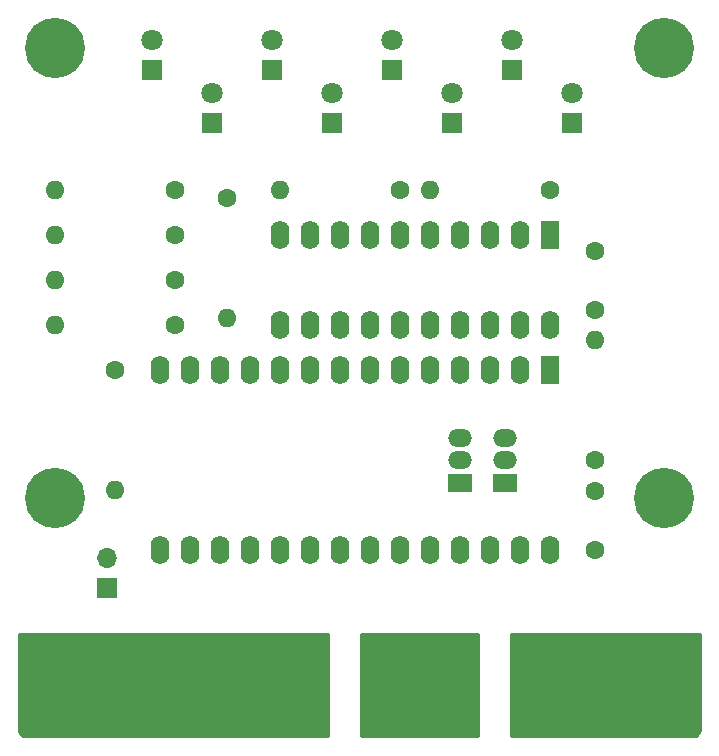
<source format=gts>
%TF.GenerationSoftware,KiCad,Pcbnew,(5.1.8)-1*%
%TF.CreationDate,2021-04-11T21:34:39+02:00*%
%TF.ProjectId,ZX Diagnostic 2021,5a582044-6961-4676-9e6f-737469632032,rev?*%
%TF.SameCoordinates,Original*%
%TF.FileFunction,Soldermask,Top*%
%TF.FilePolarity,Negative*%
%FSLAX46Y46*%
G04 Gerber Fmt 4.6, Leading zero omitted, Abs format (unit mm)*
G04 Created by KiCad (PCBNEW (5.1.8)-1) date 2021-04-11 21:34:39*
%MOMM*%
%LPD*%
G01*
G04 APERTURE LIST*
%ADD10C,1.600000*%
%ADD11O,1.600000X1.600000*%
%ADD12R,1.600000X2.400000*%
%ADD13O,1.600000X2.400000*%
%ADD14C,5.100000*%
%ADD15C,1.800000*%
%ADD16R,1.800000X1.800000*%
%ADD17O,2.000000X1.500000*%
%ADD18R,2.000000X1.500000*%
%ADD19O,1.700000X1.700000*%
%ADD20R,1.700000X1.700000*%
%ADD21C,0.254000*%
%ADD22C,0.100000*%
G04 APERTURE END LIST*
D10*
%TO.C,R1*%
X165354000Y-74295000D03*
D11*
X155194000Y-74295000D03*
%TD*%
D10*
%TO.C,R2*%
X152654000Y-74295000D03*
D11*
X142494000Y-74295000D03*
%TD*%
D12*
%TO.C,U1*%
X165354000Y-89535000D03*
D13*
X132334000Y-104775000D03*
X162814000Y-89535000D03*
X134874000Y-104775000D03*
X160274000Y-89535000D03*
X137414000Y-104775000D03*
X157734000Y-89535000D03*
X139954000Y-104775000D03*
X155194000Y-89535000D03*
X142494000Y-104775000D03*
X152654000Y-89535000D03*
X145034000Y-104775000D03*
X150114000Y-89535000D03*
X147574000Y-104775000D03*
X147574000Y-89535000D03*
X150114000Y-104775000D03*
X145034000Y-89535000D03*
X152654000Y-104775000D03*
X142494000Y-89535000D03*
X155194000Y-104775000D03*
X139954000Y-89535000D03*
X157734000Y-104775000D03*
X137414000Y-89535000D03*
X160274000Y-104775000D03*
X134874000Y-89535000D03*
X162814000Y-104775000D03*
X132334000Y-89535000D03*
X165354000Y-104775000D03*
%TD*%
D14*
%TO.C,M2*%
X175011000Y-100330000D03*
%TD*%
%TO.C,M3*%
X175011000Y-62230000D03*
%TD*%
%TO.C,M4*%
X123444000Y-62230000D03*
%TD*%
D10*
%TO.C,C1*%
X169164000Y-104775000D03*
X169164000Y-99775000D03*
%TD*%
D15*
%TO.C,D1*%
X167259000Y-66040000D03*
D16*
X167259000Y-68580000D03*
%TD*%
%TO.C,D2*%
X162179000Y-64135000D03*
D15*
X162179000Y-61595000D03*
%TD*%
%TO.C,D3*%
X157099000Y-66040000D03*
D16*
X157099000Y-68580000D03*
%TD*%
D15*
%TO.C,D4*%
X152019000Y-61595000D03*
D16*
X152019000Y-64135000D03*
%TD*%
%TO.C,D5*%
X146939000Y-68580000D03*
D15*
X146939000Y-66040000D03*
%TD*%
D16*
%TO.C,D6*%
X141859000Y-64135000D03*
D15*
X141859000Y-61595000D03*
%TD*%
D16*
%TO.C,D7*%
X136779000Y-68580000D03*
D15*
X136779000Y-66040000D03*
%TD*%
%TO.C,D8*%
X131699000Y-61595000D03*
D16*
X131699000Y-64135000D03*
%TD*%
D11*
%TO.C,R3*%
X138049000Y-85090000D03*
D10*
X138049000Y-74930000D03*
%TD*%
D11*
%TO.C,R4*%
X128524000Y-99695000D03*
D10*
X128524000Y-89535000D03*
%TD*%
%TO.C,R5*%
X133604000Y-74295000D03*
D11*
X123444000Y-74295000D03*
%TD*%
%TO.C,R6*%
X123444000Y-78105000D03*
D10*
X133604000Y-78105000D03*
%TD*%
%TO.C,R7*%
X133604000Y-81915000D03*
D11*
X123444000Y-81915000D03*
%TD*%
%TO.C,R8*%
X123444000Y-85725000D03*
D10*
X133604000Y-85725000D03*
%TD*%
D12*
%TO.C,U2*%
X165354000Y-78105000D03*
D13*
X142494000Y-85725000D03*
X162814000Y-78105000D03*
X145034000Y-85725000D03*
X160274000Y-78105000D03*
X147574000Y-85725000D03*
X157734000Y-78105000D03*
X150114000Y-85725000D03*
X155194000Y-78105000D03*
X152654000Y-85725000D03*
X152654000Y-78105000D03*
X155194000Y-85725000D03*
X150114000Y-78105000D03*
X157734000Y-85725000D03*
X147574000Y-78105000D03*
X160274000Y-85725000D03*
X145034000Y-78105000D03*
X162814000Y-85725000D03*
X142494000Y-78105000D03*
X165354000Y-85725000D03*
%TD*%
D10*
%TO.C,C2*%
X169164000Y-84455000D03*
X169164000Y-79455000D03*
%TD*%
D17*
%TO.C,JP1*%
X161544000Y-95250000D03*
X161544000Y-97155000D03*
D18*
X161544000Y-99060000D03*
%TD*%
%TO.C,JP2*%
X157734000Y-99060000D03*
D17*
X157734000Y-97155000D03*
X157734000Y-95250000D03*
%TD*%
D19*
%TO.C,JP3*%
X127889000Y-105410000D03*
D20*
X127889000Y-107950000D03*
%TD*%
D10*
%TO.C,R9*%
X169164000Y-97155000D03*
D11*
X169164000Y-86995000D03*
%TD*%
D14*
%TO.C,M1*%
X123444000Y-100330000D03*
%TD*%
D21*
X146558000Y-120396000D02*
X146538665Y-120493202D01*
X146501783Y-120548400D01*
X120850803Y-120548400D01*
X120720541Y-120478773D01*
X120566580Y-120352420D01*
X120440227Y-120198459D01*
X120370600Y-120068197D01*
X120370600Y-111887000D01*
X146558000Y-111887000D01*
X146558000Y-120396000D01*
D22*
G36*
X146558000Y-120396000D02*
G01*
X146538665Y-120493202D01*
X146501783Y-120548400D01*
X120850803Y-120548400D01*
X120720541Y-120478773D01*
X120566580Y-120352420D01*
X120440227Y-120198459D01*
X120370600Y-120068197D01*
X120370600Y-111887000D01*
X146558000Y-111887000D01*
X146558000Y-120396000D01*
G37*
D21*
X159258000Y-120396000D02*
X159238665Y-120493202D01*
X159201783Y-120548400D01*
X149408217Y-120548400D01*
X149371335Y-120493202D01*
X149352000Y-120396000D01*
X149352000Y-111887000D01*
X159258000Y-111887000D01*
X159258000Y-120396000D01*
D22*
G36*
X159258000Y-120396000D02*
G01*
X159238665Y-120493202D01*
X159201783Y-120548400D01*
X149408217Y-120548400D01*
X149371335Y-120493202D01*
X149352000Y-120396000D01*
X149352000Y-111887000D01*
X159258000Y-111887000D01*
X159258000Y-120396000D01*
G37*
D21*
X178079400Y-120068197D02*
X178009773Y-120198459D01*
X177883420Y-120352420D01*
X177729459Y-120478773D01*
X177599197Y-120548400D01*
X162108217Y-120548400D01*
X162071335Y-120493202D01*
X162052000Y-120396000D01*
X162052000Y-111887000D01*
X178079400Y-111887000D01*
X178079400Y-120068197D01*
D22*
G36*
X178079400Y-120068197D02*
G01*
X178009773Y-120198459D01*
X177883420Y-120352420D01*
X177729459Y-120478773D01*
X177599197Y-120548400D01*
X162108217Y-120548400D01*
X162071335Y-120493202D01*
X162052000Y-120396000D01*
X162052000Y-111887000D01*
X178079400Y-111887000D01*
X178079400Y-120068197D01*
G37*
M02*

</source>
